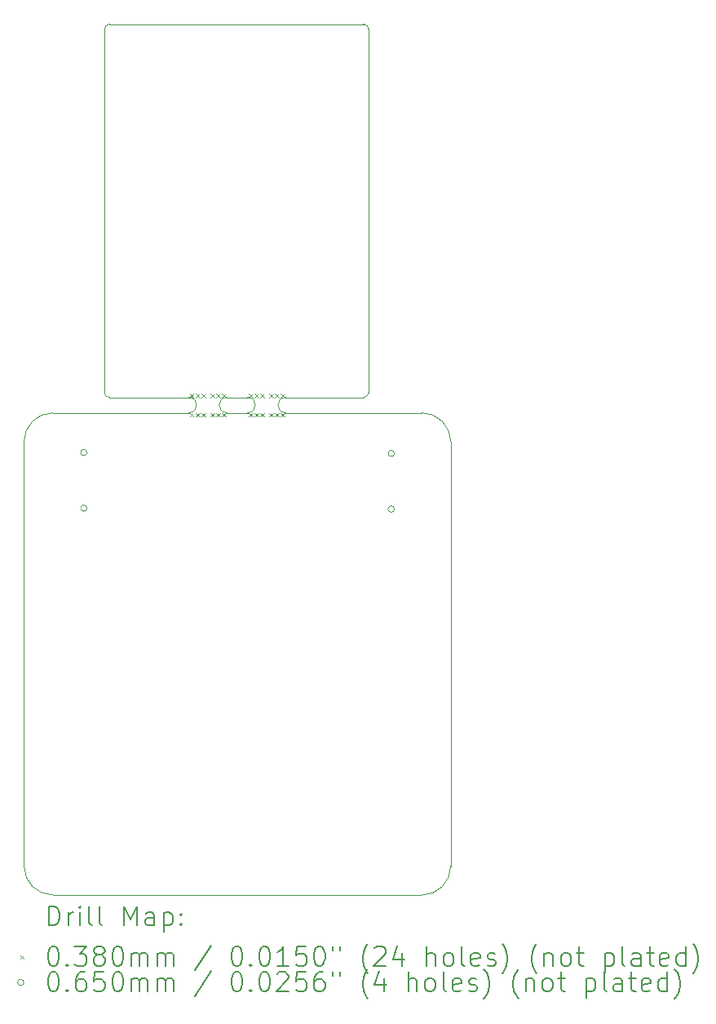
<source format=gbr>
%TF.GenerationSoftware,KiCad,Pcbnew,9.0.7*%
%TF.CreationDate,2026-02-02T18:06:44+06:00*%
%TF.ProjectId,ch585_dev,63683538-355f-4646-9576-2e6b69636164,rev?*%
%TF.SameCoordinates,Original*%
%TF.FileFunction,Drillmap*%
%TF.FilePolarity,Positive*%
%FSLAX45Y45*%
G04 Gerber Fmt 4.5, Leading zero omitted, Abs format (unit mm)*
G04 Created by KiCad (PCBNEW 9.0.7) date 2026-02-02 18:06:44*
%MOMM*%
%LPD*%
G01*
G04 APERTURE LIST*
%ADD10C,0.050000*%
%ADD11C,0.200000*%
%ADD12C,0.100000*%
G04 APERTURE END LIST*
D10*
X9020000Y-6960000D02*
G75*
G02*
X9320000Y-7260000I0J-300000D01*
G01*
X9020000Y-6960000D02*
X7709000Y-6960000D01*
X7709000Y-6800000D02*
X8416000Y-6800000D01*
X8466000Y-6750000D02*
G75*
G02*
X8416000Y-6800000I-50000J0D01*
G01*
X5776000Y-6800000D02*
G75*
G02*
X5726000Y-6750000I0J50000D01*
G01*
X5776000Y-2930000D02*
X8416000Y-2930000D01*
X9320000Y-11660000D02*
G75*
G02*
X9020000Y-11960000I-300000J0D01*
G01*
X5190000Y-11960000D02*
X9020000Y-11960000D01*
X4890000Y-7260000D02*
G75*
G02*
X5190000Y-6960000I300000J0D01*
G01*
X8466000Y-6750000D02*
X8466000Y-2980000D01*
X9320000Y-11660000D02*
X9320000Y-7260000D01*
X4890000Y-7260000D02*
X4890000Y-11660000D01*
X6489000Y-6960000D02*
X5190000Y-6960000D01*
X5190000Y-11960000D02*
G75*
G02*
X4890000Y-11660000I0J300000D01*
G01*
X5726000Y-2980000D02*
G75*
G02*
X5776000Y-2930000I50000J0D01*
G01*
X5726000Y-6750000D02*
X5726000Y-2980000D01*
X8416000Y-2930000D02*
G75*
G02*
X8466000Y-2980000I0J-50000D01*
G01*
X6489000Y-6800000D02*
X5776000Y-6800000D01*
X7109000Y-6800000D02*
X7212000Y-6800000D01*
X7109000Y-6960000D02*
X7212000Y-6960000D01*
X7709000Y-6800000D02*
X7606000Y-6800000D01*
X7709000Y-6960000D02*
X7606000Y-6960000D01*
X7212000Y-6800000D02*
G75*
G02*
X7212000Y-6960000I0J-80000D01*
G01*
X7606000Y-6960000D02*
G75*
G02*
X7606000Y-6800000I0J80000D01*
G01*
X6489000Y-6800000D02*
X6602000Y-6800000D01*
X6489000Y-6960000D02*
X6602000Y-6960000D01*
X7109000Y-6800000D02*
X6996000Y-6800000D01*
X7109000Y-6960000D02*
X6996000Y-6960000D01*
X6602000Y-6800000D02*
G75*
G02*
X6602000Y-6960000I0J-80000D01*
G01*
X6996000Y-6960000D02*
G75*
G02*
X6996000Y-6800000I0J80000D01*
G01*
D11*
D12*
X6613000Y-6762000D02*
X6651000Y-6800000D01*
X6651000Y-6762000D02*
X6613000Y-6800000D01*
X6613000Y-6960000D02*
X6651000Y-6998000D01*
X6651000Y-6960000D02*
X6613000Y-6998000D01*
X6673000Y-6762000D02*
X6711000Y-6800000D01*
X6711000Y-6762000D02*
X6673000Y-6800000D01*
X6673000Y-6960000D02*
X6711000Y-6998000D01*
X6711000Y-6960000D02*
X6673000Y-6998000D01*
X6733000Y-6762000D02*
X6771000Y-6800000D01*
X6771000Y-6762000D02*
X6733000Y-6800000D01*
X6733000Y-6960000D02*
X6771000Y-6998000D01*
X6771000Y-6960000D02*
X6733000Y-6998000D01*
X6827000Y-6762000D02*
X6865000Y-6800000D01*
X6865000Y-6762000D02*
X6827000Y-6800000D01*
X6827000Y-6960000D02*
X6865000Y-6998000D01*
X6865000Y-6960000D02*
X6827000Y-6998000D01*
X6887000Y-6762000D02*
X6925000Y-6800000D01*
X6925000Y-6762000D02*
X6887000Y-6800000D01*
X6887000Y-6960000D02*
X6925000Y-6998000D01*
X6925000Y-6960000D02*
X6887000Y-6998000D01*
X6947000Y-6762000D02*
X6985000Y-6800000D01*
X6985000Y-6762000D02*
X6947000Y-6800000D01*
X6947000Y-6960000D02*
X6985000Y-6998000D01*
X6985000Y-6960000D02*
X6947000Y-6998000D01*
X7223000Y-6762000D02*
X7261000Y-6800000D01*
X7261000Y-6762000D02*
X7223000Y-6800000D01*
X7223000Y-6960000D02*
X7261000Y-6998000D01*
X7261000Y-6960000D02*
X7223000Y-6998000D01*
X7283000Y-6762000D02*
X7321000Y-6800000D01*
X7321000Y-6762000D02*
X7283000Y-6800000D01*
X7283000Y-6960000D02*
X7321000Y-6998000D01*
X7321000Y-6960000D02*
X7283000Y-6998000D01*
X7343000Y-6762000D02*
X7381000Y-6800000D01*
X7381000Y-6762000D02*
X7343000Y-6800000D01*
X7343000Y-6960000D02*
X7381000Y-6998000D01*
X7381000Y-6960000D02*
X7343000Y-6998000D01*
X7437000Y-6762000D02*
X7475000Y-6800000D01*
X7475000Y-6762000D02*
X7437000Y-6800000D01*
X7437000Y-6960000D02*
X7475000Y-6998000D01*
X7475000Y-6960000D02*
X7437000Y-6998000D01*
X7497000Y-6762000D02*
X7535000Y-6800000D01*
X7535000Y-6762000D02*
X7497000Y-6800000D01*
X7497000Y-6960000D02*
X7535000Y-6998000D01*
X7535000Y-6960000D02*
X7497000Y-6998000D01*
X7557000Y-6762000D02*
X7595000Y-6800000D01*
X7595000Y-6762000D02*
X7557000Y-6800000D01*
X7557000Y-6960000D02*
X7595000Y-6998000D01*
X7595000Y-6960000D02*
X7557000Y-6998000D01*
X5543000Y-7371000D02*
G75*
G02*
X5478000Y-7371000I-32500J0D01*
G01*
X5478000Y-7371000D02*
G75*
G02*
X5543000Y-7371000I32500J0D01*
G01*
X5543000Y-7949000D02*
G75*
G02*
X5478000Y-7949000I-32500J0D01*
G01*
X5478000Y-7949000D02*
G75*
G02*
X5543000Y-7949000I32500J0D01*
G01*
X8735000Y-7381000D02*
G75*
G02*
X8670000Y-7381000I-32500J0D01*
G01*
X8670000Y-7381000D02*
G75*
G02*
X8735000Y-7381000I32500J0D01*
G01*
X8735000Y-7959000D02*
G75*
G02*
X8670000Y-7959000I-32500J0D01*
G01*
X8670000Y-7959000D02*
G75*
G02*
X8735000Y-7959000I32500J0D01*
G01*
D11*
X5148277Y-12273984D02*
X5148277Y-12073984D01*
X5148277Y-12073984D02*
X5195896Y-12073984D01*
X5195896Y-12073984D02*
X5224467Y-12083508D01*
X5224467Y-12083508D02*
X5243515Y-12102555D01*
X5243515Y-12102555D02*
X5253039Y-12121603D01*
X5253039Y-12121603D02*
X5262563Y-12159698D01*
X5262563Y-12159698D02*
X5262563Y-12188269D01*
X5262563Y-12188269D02*
X5253039Y-12226365D01*
X5253039Y-12226365D02*
X5243515Y-12245412D01*
X5243515Y-12245412D02*
X5224467Y-12264460D01*
X5224467Y-12264460D02*
X5195896Y-12273984D01*
X5195896Y-12273984D02*
X5148277Y-12273984D01*
X5348277Y-12273984D02*
X5348277Y-12140650D01*
X5348277Y-12178746D02*
X5357801Y-12159698D01*
X5357801Y-12159698D02*
X5367324Y-12150174D01*
X5367324Y-12150174D02*
X5386372Y-12140650D01*
X5386372Y-12140650D02*
X5405420Y-12140650D01*
X5472086Y-12273984D02*
X5472086Y-12140650D01*
X5472086Y-12073984D02*
X5462563Y-12083508D01*
X5462563Y-12083508D02*
X5472086Y-12093031D01*
X5472086Y-12093031D02*
X5481610Y-12083508D01*
X5481610Y-12083508D02*
X5472086Y-12073984D01*
X5472086Y-12073984D02*
X5472086Y-12093031D01*
X5595896Y-12273984D02*
X5576848Y-12264460D01*
X5576848Y-12264460D02*
X5567324Y-12245412D01*
X5567324Y-12245412D02*
X5567324Y-12073984D01*
X5700658Y-12273984D02*
X5681610Y-12264460D01*
X5681610Y-12264460D02*
X5672086Y-12245412D01*
X5672086Y-12245412D02*
X5672086Y-12073984D01*
X5929229Y-12273984D02*
X5929229Y-12073984D01*
X5929229Y-12073984D02*
X5995896Y-12216841D01*
X5995896Y-12216841D02*
X6062562Y-12073984D01*
X6062562Y-12073984D02*
X6062562Y-12273984D01*
X6243515Y-12273984D02*
X6243515Y-12169222D01*
X6243515Y-12169222D02*
X6233991Y-12150174D01*
X6233991Y-12150174D02*
X6214943Y-12140650D01*
X6214943Y-12140650D02*
X6176848Y-12140650D01*
X6176848Y-12140650D02*
X6157801Y-12150174D01*
X6243515Y-12264460D02*
X6224467Y-12273984D01*
X6224467Y-12273984D02*
X6176848Y-12273984D01*
X6176848Y-12273984D02*
X6157801Y-12264460D01*
X6157801Y-12264460D02*
X6148277Y-12245412D01*
X6148277Y-12245412D02*
X6148277Y-12226365D01*
X6148277Y-12226365D02*
X6157801Y-12207317D01*
X6157801Y-12207317D02*
X6176848Y-12197793D01*
X6176848Y-12197793D02*
X6224467Y-12197793D01*
X6224467Y-12197793D02*
X6243515Y-12188269D01*
X6338753Y-12140650D02*
X6338753Y-12340650D01*
X6338753Y-12150174D02*
X6357801Y-12140650D01*
X6357801Y-12140650D02*
X6395896Y-12140650D01*
X6395896Y-12140650D02*
X6414943Y-12150174D01*
X6414943Y-12150174D02*
X6424467Y-12159698D01*
X6424467Y-12159698D02*
X6433991Y-12178746D01*
X6433991Y-12178746D02*
X6433991Y-12235888D01*
X6433991Y-12235888D02*
X6424467Y-12254936D01*
X6424467Y-12254936D02*
X6414943Y-12264460D01*
X6414943Y-12264460D02*
X6395896Y-12273984D01*
X6395896Y-12273984D02*
X6357801Y-12273984D01*
X6357801Y-12273984D02*
X6338753Y-12264460D01*
X6519705Y-12254936D02*
X6529229Y-12264460D01*
X6529229Y-12264460D02*
X6519705Y-12273984D01*
X6519705Y-12273984D02*
X6510182Y-12264460D01*
X6510182Y-12264460D02*
X6519705Y-12254936D01*
X6519705Y-12254936D02*
X6519705Y-12273984D01*
X6519705Y-12150174D02*
X6529229Y-12159698D01*
X6529229Y-12159698D02*
X6519705Y-12169222D01*
X6519705Y-12169222D02*
X6510182Y-12159698D01*
X6510182Y-12159698D02*
X6519705Y-12150174D01*
X6519705Y-12150174D02*
X6519705Y-12169222D01*
D12*
X4849500Y-12583500D02*
X4887500Y-12621500D01*
X4887500Y-12583500D02*
X4849500Y-12621500D01*
D11*
X5186372Y-12493984D02*
X5205420Y-12493984D01*
X5205420Y-12493984D02*
X5224467Y-12503508D01*
X5224467Y-12503508D02*
X5233991Y-12513031D01*
X5233991Y-12513031D02*
X5243515Y-12532079D01*
X5243515Y-12532079D02*
X5253039Y-12570174D01*
X5253039Y-12570174D02*
X5253039Y-12617793D01*
X5253039Y-12617793D02*
X5243515Y-12655888D01*
X5243515Y-12655888D02*
X5233991Y-12674936D01*
X5233991Y-12674936D02*
X5224467Y-12684460D01*
X5224467Y-12684460D02*
X5205420Y-12693984D01*
X5205420Y-12693984D02*
X5186372Y-12693984D01*
X5186372Y-12693984D02*
X5167324Y-12684460D01*
X5167324Y-12684460D02*
X5157801Y-12674936D01*
X5157801Y-12674936D02*
X5148277Y-12655888D01*
X5148277Y-12655888D02*
X5138753Y-12617793D01*
X5138753Y-12617793D02*
X5138753Y-12570174D01*
X5138753Y-12570174D02*
X5148277Y-12532079D01*
X5148277Y-12532079D02*
X5157801Y-12513031D01*
X5157801Y-12513031D02*
X5167324Y-12503508D01*
X5167324Y-12503508D02*
X5186372Y-12493984D01*
X5338753Y-12674936D02*
X5348277Y-12684460D01*
X5348277Y-12684460D02*
X5338753Y-12693984D01*
X5338753Y-12693984D02*
X5329229Y-12684460D01*
X5329229Y-12684460D02*
X5338753Y-12674936D01*
X5338753Y-12674936D02*
X5338753Y-12693984D01*
X5414944Y-12493984D02*
X5538753Y-12493984D01*
X5538753Y-12493984D02*
X5472086Y-12570174D01*
X5472086Y-12570174D02*
X5500658Y-12570174D01*
X5500658Y-12570174D02*
X5519705Y-12579698D01*
X5519705Y-12579698D02*
X5529229Y-12589222D01*
X5529229Y-12589222D02*
X5538753Y-12608269D01*
X5538753Y-12608269D02*
X5538753Y-12655888D01*
X5538753Y-12655888D02*
X5529229Y-12674936D01*
X5529229Y-12674936D02*
X5519705Y-12684460D01*
X5519705Y-12684460D02*
X5500658Y-12693984D01*
X5500658Y-12693984D02*
X5443515Y-12693984D01*
X5443515Y-12693984D02*
X5424467Y-12684460D01*
X5424467Y-12684460D02*
X5414944Y-12674936D01*
X5653039Y-12579698D02*
X5633991Y-12570174D01*
X5633991Y-12570174D02*
X5624467Y-12560650D01*
X5624467Y-12560650D02*
X5614943Y-12541603D01*
X5614943Y-12541603D02*
X5614943Y-12532079D01*
X5614943Y-12532079D02*
X5624467Y-12513031D01*
X5624467Y-12513031D02*
X5633991Y-12503508D01*
X5633991Y-12503508D02*
X5653039Y-12493984D01*
X5653039Y-12493984D02*
X5691134Y-12493984D01*
X5691134Y-12493984D02*
X5710182Y-12503508D01*
X5710182Y-12503508D02*
X5719705Y-12513031D01*
X5719705Y-12513031D02*
X5729229Y-12532079D01*
X5729229Y-12532079D02*
X5729229Y-12541603D01*
X5729229Y-12541603D02*
X5719705Y-12560650D01*
X5719705Y-12560650D02*
X5710182Y-12570174D01*
X5710182Y-12570174D02*
X5691134Y-12579698D01*
X5691134Y-12579698D02*
X5653039Y-12579698D01*
X5653039Y-12579698D02*
X5633991Y-12589222D01*
X5633991Y-12589222D02*
X5624467Y-12598746D01*
X5624467Y-12598746D02*
X5614943Y-12617793D01*
X5614943Y-12617793D02*
X5614943Y-12655888D01*
X5614943Y-12655888D02*
X5624467Y-12674936D01*
X5624467Y-12674936D02*
X5633991Y-12684460D01*
X5633991Y-12684460D02*
X5653039Y-12693984D01*
X5653039Y-12693984D02*
X5691134Y-12693984D01*
X5691134Y-12693984D02*
X5710182Y-12684460D01*
X5710182Y-12684460D02*
X5719705Y-12674936D01*
X5719705Y-12674936D02*
X5729229Y-12655888D01*
X5729229Y-12655888D02*
X5729229Y-12617793D01*
X5729229Y-12617793D02*
X5719705Y-12598746D01*
X5719705Y-12598746D02*
X5710182Y-12589222D01*
X5710182Y-12589222D02*
X5691134Y-12579698D01*
X5853039Y-12493984D02*
X5872086Y-12493984D01*
X5872086Y-12493984D02*
X5891134Y-12503508D01*
X5891134Y-12503508D02*
X5900658Y-12513031D01*
X5900658Y-12513031D02*
X5910182Y-12532079D01*
X5910182Y-12532079D02*
X5919705Y-12570174D01*
X5919705Y-12570174D02*
X5919705Y-12617793D01*
X5919705Y-12617793D02*
X5910182Y-12655888D01*
X5910182Y-12655888D02*
X5900658Y-12674936D01*
X5900658Y-12674936D02*
X5891134Y-12684460D01*
X5891134Y-12684460D02*
X5872086Y-12693984D01*
X5872086Y-12693984D02*
X5853039Y-12693984D01*
X5853039Y-12693984D02*
X5833991Y-12684460D01*
X5833991Y-12684460D02*
X5824467Y-12674936D01*
X5824467Y-12674936D02*
X5814943Y-12655888D01*
X5814943Y-12655888D02*
X5805420Y-12617793D01*
X5805420Y-12617793D02*
X5805420Y-12570174D01*
X5805420Y-12570174D02*
X5814943Y-12532079D01*
X5814943Y-12532079D02*
X5824467Y-12513031D01*
X5824467Y-12513031D02*
X5833991Y-12503508D01*
X5833991Y-12503508D02*
X5853039Y-12493984D01*
X6005420Y-12693984D02*
X6005420Y-12560650D01*
X6005420Y-12579698D02*
X6014943Y-12570174D01*
X6014943Y-12570174D02*
X6033991Y-12560650D01*
X6033991Y-12560650D02*
X6062563Y-12560650D01*
X6062563Y-12560650D02*
X6081610Y-12570174D01*
X6081610Y-12570174D02*
X6091134Y-12589222D01*
X6091134Y-12589222D02*
X6091134Y-12693984D01*
X6091134Y-12589222D02*
X6100658Y-12570174D01*
X6100658Y-12570174D02*
X6119705Y-12560650D01*
X6119705Y-12560650D02*
X6148277Y-12560650D01*
X6148277Y-12560650D02*
X6167324Y-12570174D01*
X6167324Y-12570174D02*
X6176848Y-12589222D01*
X6176848Y-12589222D02*
X6176848Y-12693984D01*
X6272086Y-12693984D02*
X6272086Y-12560650D01*
X6272086Y-12579698D02*
X6281610Y-12570174D01*
X6281610Y-12570174D02*
X6300658Y-12560650D01*
X6300658Y-12560650D02*
X6329229Y-12560650D01*
X6329229Y-12560650D02*
X6348277Y-12570174D01*
X6348277Y-12570174D02*
X6357801Y-12589222D01*
X6357801Y-12589222D02*
X6357801Y-12693984D01*
X6357801Y-12589222D02*
X6367324Y-12570174D01*
X6367324Y-12570174D02*
X6386372Y-12560650D01*
X6386372Y-12560650D02*
X6414943Y-12560650D01*
X6414943Y-12560650D02*
X6433991Y-12570174D01*
X6433991Y-12570174D02*
X6443515Y-12589222D01*
X6443515Y-12589222D02*
X6443515Y-12693984D01*
X6833991Y-12484460D02*
X6662563Y-12741603D01*
X7091134Y-12493984D02*
X7110182Y-12493984D01*
X7110182Y-12493984D02*
X7129229Y-12503508D01*
X7129229Y-12503508D02*
X7138753Y-12513031D01*
X7138753Y-12513031D02*
X7148277Y-12532079D01*
X7148277Y-12532079D02*
X7157801Y-12570174D01*
X7157801Y-12570174D02*
X7157801Y-12617793D01*
X7157801Y-12617793D02*
X7148277Y-12655888D01*
X7148277Y-12655888D02*
X7138753Y-12674936D01*
X7138753Y-12674936D02*
X7129229Y-12684460D01*
X7129229Y-12684460D02*
X7110182Y-12693984D01*
X7110182Y-12693984D02*
X7091134Y-12693984D01*
X7091134Y-12693984D02*
X7072086Y-12684460D01*
X7072086Y-12684460D02*
X7062563Y-12674936D01*
X7062563Y-12674936D02*
X7053039Y-12655888D01*
X7053039Y-12655888D02*
X7043515Y-12617793D01*
X7043515Y-12617793D02*
X7043515Y-12570174D01*
X7043515Y-12570174D02*
X7053039Y-12532079D01*
X7053039Y-12532079D02*
X7062563Y-12513031D01*
X7062563Y-12513031D02*
X7072086Y-12503508D01*
X7072086Y-12503508D02*
X7091134Y-12493984D01*
X7243515Y-12674936D02*
X7253039Y-12684460D01*
X7253039Y-12684460D02*
X7243515Y-12693984D01*
X7243515Y-12693984D02*
X7233991Y-12684460D01*
X7233991Y-12684460D02*
X7243515Y-12674936D01*
X7243515Y-12674936D02*
X7243515Y-12693984D01*
X7376848Y-12493984D02*
X7395896Y-12493984D01*
X7395896Y-12493984D02*
X7414944Y-12503508D01*
X7414944Y-12503508D02*
X7424467Y-12513031D01*
X7424467Y-12513031D02*
X7433991Y-12532079D01*
X7433991Y-12532079D02*
X7443515Y-12570174D01*
X7443515Y-12570174D02*
X7443515Y-12617793D01*
X7443515Y-12617793D02*
X7433991Y-12655888D01*
X7433991Y-12655888D02*
X7424467Y-12674936D01*
X7424467Y-12674936D02*
X7414944Y-12684460D01*
X7414944Y-12684460D02*
X7395896Y-12693984D01*
X7395896Y-12693984D02*
X7376848Y-12693984D01*
X7376848Y-12693984D02*
X7357801Y-12684460D01*
X7357801Y-12684460D02*
X7348277Y-12674936D01*
X7348277Y-12674936D02*
X7338753Y-12655888D01*
X7338753Y-12655888D02*
X7329229Y-12617793D01*
X7329229Y-12617793D02*
X7329229Y-12570174D01*
X7329229Y-12570174D02*
X7338753Y-12532079D01*
X7338753Y-12532079D02*
X7348277Y-12513031D01*
X7348277Y-12513031D02*
X7357801Y-12503508D01*
X7357801Y-12503508D02*
X7376848Y-12493984D01*
X7633991Y-12693984D02*
X7519706Y-12693984D01*
X7576848Y-12693984D02*
X7576848Y-12493984D01*
X7576848Y-12493984D02*
X7557801Y-12522555D01*
X7557801Y-12522555D02*
X7538753Y-12541603D01*
X7538753Y-12541603D02*
X7519706Y-12551127D01*
X7814944Y-12493984D02*
X7719706Y-12493984D01*
X7719706Y-12493984D02*
X7710182Y-12589222D01*
X7710182Y-12589222D02*
X7719706Y-12579698D01*
X7719706Y-12579698D02*
X7738753Y-12570174D01*
X7738753Y-12570174D02*
X7786372Y-12570174D01*
X7786372Y-12570174D02*
X7805420Y-12579698D01*
X7805420Y-12579698D02*
X7814944Y-12589222D01*
X7814944Y-12589222D02*
X7824467Y-12608269D01*
X7824467Y-12608269D02*
X7824467Y-12655888D01*
X7824467Y-12655888D02*
X7814944Y-12674936D01*
X7814944Y-12674936D02*
X7805420Y-12684460D01*
X7805420Y-12684460D02*
X7786372Y-12693984D01*
X7786372Y-12693984D02*
X7738753Y-12693984D01*
X7738753Y-12693984D02*
X7719706Y-12684460D01*
X7719706Y-12684460D02*
X7710182Y-12674936D01*
X7948277Y-12493984D02*
X7967325Y-12493984D01*
X7967325Y-12493984D02*
X7986372Y-12503508D01*
X7986372Y-12503508D02*
X7995896Y-12513031D01*
X7995896Y-12513031D02*
X8005420Y-12532079D01*
X8005420Y-12532079D02*
X8014944Y-12570174D01*
X8014944Y-12570174D02*
X8014944Y-12617793D01*
X8014944Y-12617793D02*
X8005420Y-12655888D01*
X8005420Y-12655888D02*
X7995896Y-12674936D01*
X7995896Y-12674936D02*
X7986372Y-12684460D01*
X7986372Y-12684460D02*
X7967325Y-12693984D01*
X7967325Y-12693984D02*
X7948277Y-12693984D01*
X7948277Y-12693984D02*
X7929229Y-12684460D01*
X7929229Y-12684460D02*
X7919706Y-12674936D01*
X7919706Y-12674936D02*
X7910182Y-12655888D01*
X7910182Y-12655888D02*
X7900658Y-12617793D01*
X7900658Y-12617793D02*
X7900658Y-12570174D01*
X7900658Y-12570174D02*
X7910182Y-12532079D01*
X7910182Y-12532079D02*
X7919706Y-12513031D01*
X7919706Y-12513031D02*
X7929229Y-12503508D01*
X7929229Y-12503508D02*
X7948277Y-12493984D01*
X8091134Y-12493984D02*
X8091134Y-12532079D01*
X8167325Y-12493984D02*
X8167325Y-12532079D01*
X8462563Y-12770174D02*
X8453039Y-12760650D01*
X8453039Y-12760650D02*
X8433991Y-12732079D01*
X8433991Y-12732079D02*
X8424468Y-12713031D01*
X8424468Y-12713031D02*
X8414944Y-12684460D01*
X8414944Y-12684460D02*
X8405420Y-12636841D01*
X8405420Y-12636841D02*
X8405420Y-12598746D01*
X8405420Y-12598746D02*
X8414944Y-12551127D01*
X8414944Y-12551127D02*
X8424468Y-12522555D01*
X8424468Y-12522555D02*
X8433991Y-12503508D01*
X8433991Y-12503508D02*
X8453039Y-12474936D01*
X8453039Y-12474936D02*
X8462563Y-12465412D01*
X8529230Y-12513031D02*
X8538753Y-12503508D01*
X8538753Y-12503508D02*
X8557801Y-12493984D01*
X8557801Y-12493984D02*
X8605420Y-12493984D01*
X8605420Y-12493984D02*
X8624468Y-12503508D01*
X8624468Y-12503508D02*
X8633991Y-12513031D01*
X8633991Y-12513031D02*
X8643515Y-12532079D01*
X8643515Y-12532079D02*
X8643515Y-12551127D01*
X8643515Y-12551127D02*
X8633991Y-12579698D01*
X8633991Y-12579698D02*
X8519706Y-12693984D01*
X8519706Y-12693984D02*
X8643515Y-12693984D01*
X8814944Y-12560650D02*
X8814944Y-12693984D01*
X8767325Y-12484460D02*
X8719706Y-12627317D01*
X8719706Y-12627317D02*
X8843515Y-12627317D01*
X9072087Y-12693984D02*
X9072087Y-12493984D01*
X9157801Y-12693984D02*
X9157801Y-12589222D01*
X9157801Y-12589222D02*
X9148277Y-12570174D01*
X9148277Y-12570174D02*
X9129230Y-12560650D01*
X9129230Y-12560650D02*
X9100658Y-12560650D01*
X9100658Y-12560650D02*
X9081611Y-12570174D01*
X9081611Y-12570174D02*
X9072087Y-12579698D01*
X9281611Y-12693984D02*
X9262563Y-12684460D01*
X9262563Y-12684460D02*
X9253039Y-12674936D01*
X9253039Y-12674936D02*
X9243515Y-12655888D01*
X9243515Y-12655888D02*
X9243515Y-12598746D01*
X9243515Y-12598746D02*
X9253039Y-12579698D01*
X9253039Y-12579698D02*
X9262563Y-12570174D01*
X9262563Y-12570174D02*
X9281611Y-12560650D01*
X9281611Y-12560650D02*
X9310182Y-12560650D01*
X9310182Y-12560650D02*
X9329230Y-12570174D01*
X9329230Y-12570174D02*
X9338753Y-12579698D01*
X9338753Y-12579698D02*
X9348277Y-12598746D01*
X9348277Y-12598746D02*
X9348277Y-12655888D01*
X9348277Y-12655888D02*
X9338753Y-12674936D01*
X9338753Y-12674936D02*
X9329230Y-12684460D01*
X9329230Y-12684460D02*
X9310182Y-12693984D01*
X9310182Y-12693984D02*
X9281611Y-12693984D01*
X9462563Y-12693984D02*
X9443515Y-12684460D01*
X9443515Y-12684460D02*
X9433992Y-12665412D01*
X9433992Y-12665412D02*
X9433992Y-12493984D01*
X9614944Y-12684460D02*
X9595896Y-12693984D01*
X9595896Y-12693984D02*
X9557801Y-12693984D01*
X9557801Y-12693984D02*
X9538753Y-12684460D01*
X9538753Y-12684460D02*
X9529230Y-12665412D01*
X9529230Y-12665412D02*
X9529230Y-12589222D01*
X9529230Y-12589222D02*
X9538753Y-12570174D01*
X9538753Y-12570174D02*
X9557801Y-12560650D01*
X9557801Y-12560650D02*
X9595896Y-12560650D01*
X9595896Y-12560650D02*
X9614944Y-12570174D01*
X9614944Y-12570174D02*
X9624468Y-12589222D01*
X9624468Y-12589222D02*
X9624468Y-12608269D01*
X9624468Y-12608269D02*
X9529230Y-12627317D01*
X9700658Y-12684460D02*
X9719706Y-12693984D01*
X9719706Y-12693984D02*
X9757801Y-12693984D01*
X9757801Y-12693984D02*
X9776849Y-12684460D01*
X9776849Y-12684460D02*
X9786373Y-12665412D01*
X9786373Y-12665412D02*
X9786373Y-12655888D01*
X9786373Y-12655888D02*
X9776849Y-12636841D01*
X9776849Y-12636841D02*
X9757801Y-12627317D01*
X9757801Y-12627317D02*
X9729230Y-12627317D01*
X9729230Y-12627317D02*
X9710182Y-12617793D01*
X9710182Y-12617793D02*
X9700658Y-12598746D01*
X9700658Y-12598746D02*
X9700658Y-12589222D01*
X9700658Y-12589222D02*
X9710182Y-12570174D01*
X9710182Y-12570174D02*
X9729230Y-12560650D01*
X9729230Y-12560650D02*
X9757801Y-12560650D01*
X9757801Y-12560650D02*
X9776849Y-12570174D01*
X9853039Y-12770174D02*
X9862563Y-12760650D01*
X9862563Y-12760650D02*
X9881611Y-12732079D01*
X9881611Y-12732079D02*
X9891134Y-12713031D01*
X9891134Y-12713031D02*
X9900658Y-12684460D01*
X9900658Y-12684460D02*
X9910182Y-12636841D01*
X9910182Y-12636841D02*
X9910182Y-12598746D01*
X9910182Y-12598746D02*
X9900658Y-12551127D01*
X9900658Y-12551127D02*
X9891134Y-12522555D01*
X9891134Y-12522555D02*
X9881611Y-12503508D01*
X9881611Y-12503508D02*
X9862563Y-12474936D01*
X9862563Y-12474936D02*
X9853039Y-12465412D01*
X10214944Y-12770174D02*
X10205420Y-12760650D01*
X10205420Y-12760650D02*
X10186373Y-12732079D01*
X10186373Y-12732079D02*
X10176849Y-12713031D01*
X10176849Y-12713031D02*
X10167325Y-12684460D01*
X10167325Y-12684460D02*
X10157801Y-12636841D01*
X10157801Y-12636841D02*
X10157801Y-12598746D01*
X10157801Y-12598746D02*
X10167325Y-12551127D01*
X10167325Y-12551127D02*
X10176849Y-12522555D01*
X10176849Y-12522555D02*
X10186373Y-12503508D01*
X10186373Y-12503508D02*
X10205420Y-12474936D01*
X10205420Y-12474936D02*
X10214944Y-12465412D01*
X10291134Y-12560650D02*
X10291134Y-12693984D01*
X10291134Y-12579698D02*
X10300658Y-12570174D01*
X10300658Y-12570174D02*
X10319706Y-12560650D01*
X10319706Y-12560650D02*
X10348277Y-12560650D01*
X10348277Y-12560650D02*
X10367325Y-12570174D01*
X10367325Y-12570174D02*
X10376849Y-12589222D01*
X10376849Y-12589222D02*
X10376849Y-12693984D01*
X10500658Y-12693984D02*
X10481611Y-12684460D01*
X10481611Y-12684460D02*
X10472087Y-12674936D01*
X10472087Y-12674936D02*
X10462563Y-12655888D01*
X10462563Y-12655888D02*
X10462563Y-12598746D01*
X10462563Y-12598746D02*
X10472087Y-12579698D01*
X10472087Y-12579698D02*
X10481611Y-12570174D01*
X10481611Y-12570174D02*
X10500658Y-12560650D01*
X10500658Y-12560650D02*
X10529230Y-12560650D01*
X10529230Y-12560650D02*
X10548277Y-12570174D01*
X10548277Y-12570174D02*
X10557801Y-12579698D01*
X10557801Y-12579698D02*
X10567325Y-12598746D01*
X10567325Y-12598746D02*
X10567325Y-12655888D01*
X10567325Y-12655888D02*
X10557801Y-12674936D01*
X10557801Y-12674936D02*
X10548277Y-12684460D01*
X10548277Y-12684460D02*
X10529230Y-12693984D01*
X10529230Y-12693984D02*
X10500658Y-12693984D01*
X10624468Y-12560650D02*
X10700658Y-12560650D01*
X10653039Y-12493984D02*
X10653039Y-12665412D01*
X10653039Y-12665412D02*
X10662563Y-12684460D01*
X10662563Y-12684460D02*
X10681611Y-12693984D01*
X10681611Y-12693984D02*
X10700658Y-12693984D01*
X10919706Y-12560650D02*
X10919706Y-12760650D01*
X10919706Y-12570174D02*
X10938754Y-12560650D01*
X10938754Y-12560650D02*
X10976849Y-12560650D01*
X10976849Y-12560650D02*
X10995896Y-12570174D01*
X10995896Y-12570174D02*
X11005420Y-12579698D01*
X11005420Y-12579698D02*
X11014944Y-12598746D01*
X11014944Y-12598746D02*
X11014944Y-12655888D01*
X11014944Y-12655888D02*
X11005420Y-12674936D01*
X11005420Y-12674936D02*
X10995896Y-12684460D01*
X10995896Y-12684460D02*
X10976849Y-12693984D01*
X10976849Y-12693984D02*
X10938754Y-12693984D01*
X10938754Y-12693984D02*
X10919706Y-12684460D01*
X11129230Y-12693984D02*
X11110182Y-12684460D01*
X11110182Y-12684460D02*
X11100658Y-12665412D01*
X11100658Y-12665412D02*
X11100658Y-12493984D01*
X11291134Y-12693984D02*
X11291134Y-12589222D01*
X11291134Y-12589222D02*
X11281611Y-12570174D01*
X11281611Y-12570174D02*
X11262563Y-12560650D01*
X11262563Y-12560650D02*
X11224468Y-12560650D01*
X11224468Y-12560650D02*
X11205420Y-12570174D01*
X11291134Y-12684460D02*
X11272087Y-12693984D01*
X11272087Y-12693984D02*
X11224468Y-12693984D01*
X11224468Y-12693984D02*
X11205420Y-12684460D01*
X11205420Y-12684460D02*
X11195896Y-12665412D01*
X11195896Y-12665412D02*
X11195896Y-12646365D01*
X11195896Y-12646365D02*
X11205420Y-12627317D01*
X11205420Y-12627317D02*
X11224468Y-12617793D01*
X11224468Y-12617793D02*
X11272087Y-12617793D01*
X11272087Y-12617793D02*
X11291134Y-12608269D01*
X11357801Y-12560650D02*
X11433992Y-12560650D01*
X11386373Y-12493984D02*
X11386373Y-12665412D01*
X11386373Y-12665412D02*
X11395896Y-12684460D01*
X11395896Y-12684460D02*
X11414944Y-12693984D01*
X11414944Y-12693984D02*
X11433992Y-12693984D01*
X11576849Y-12684460D02*
X11557801Y-12693984D01*
X11557801Y-12693984D02*
X11519706Y-12693984D01*
X11519706Y-12693984D02*
X11500658Y-12684460D01*
X11500658Y-12684460D02*
X11491134Y-12665412D01*
X11491134Y-12665412D02*
X11491134Y-12589222D01*
X11491134Y-12589222D02*
X11500658Y-12570174D01*
X11500658Y-12570174D02*
X11519706Y-12560650D01*
X11519706Y-12560650D02*
X11557801Y-12560650D01*
X11557801Y-12560650D02*
X11576849Y-12570174D01*
X11576849Y-12570174D02*
X11586373Y-12589222D01*
X11586373Y-12589222D02*
X11586373Y-12608269D01*
X11586373Y-12608269D02*
X11491134Y-12627317D01*
X11757801Y-12693984D02*
X11757801Y-12493984D01*
X11757801Y-12684460D02*
X11738754Y-12693984D01*
X11738754Y-12693984D02*
X11700658Y-12693984D01*
X11700658Y-12693984D02*
X11681611Y-12684460D01*
X11681611Y-12684460D02*
X11672087Y-12674936D01*
X11672087Y-12674936D02*
X11662563Y-12655888D01*
X11662563Y-12655888D02*
X11662563Y-12598746D01*
X11662563Y-12598746D02*
X11672087Y-12579698D01*
X11672087Y-12579698D02*
X11681611Y-12570174D01*
X11681611Y-12570174D02*
X11700658Y-12560650D01*
X11700658Y-12560650D02*
X11738754Y-12560650D01*
X11738754Y-12560650D02*
X11757801Y-12570174D01*
X11833992Y-12770174D02*
X11843515Y-12760650D01*
X11843515Y-12760650D02*
X11862563Y-12732079D01*
X11862563Y-12732079D02*
X11872087Y-12713031D01*
X11872087Y-12713031D02*
X11881611Y-12684460D01*
X11881611Y-12684460D02*
X11891134Y-12636841D01*
X11891134Y-12636841D02*
X11891134Y-12598746D01*
X11891134Y-12598746D02*
X11881611Y-12551127D01*
X11881611Y-12551127D02*
X11872087Y-12522555D01*
X11872087Y-12522555D02*
X11862563Y-12503508D01*
X11862563Y-12503508D02*
X11843515Y-12474936D01*
X11843515Y-12474936D02*
X11833992Y-12465412D01*
D12*
X4887500Y-12866500D02*
G75*
G02*
X4822500Y-12866500I-32500J0D01*
G01*
X4822500Y-12866500D02*
G75*
G02*
X4887500Y-12866500I32500J0D01*
G01*
D11*
X5186372Y-12757984D02*
X5205420Y-12757984D01*
X5205420Y-12757984D02*
X5224467Y-12767508D01*
X5224467Y-12767508D02*
X5233991Y-12777031D01*
X5233991Y-12777031D02*
X5243515Y-12796079D01*
X5243515Y-12796079D02*
X5253039Y-12834174D01*
X5253039Y-12834174D02*
X5253039Y-12881793D01*
X5253039Y-12881793D02*
X5243515Y-12919888D01*
X5243515Y-12919888D02*
X5233991Y-12938936D01*
X5233991Y-12938936D02*
X5224467Y-12948460D01*
X5224467Y-12948460D02*
X5205420Y-12957984D01*
X5205420Y-12957984D02*
X5186372Y-12957984D01*
X5186372Y-12957984D02*
X5167324Y-12948460D01*
X5167324Y-12948460D02*
X5157801Y-12938936D01*
X5157801Y-12938936D02*
X5148277Y-12919888D01*
X5148277Y-12919888D02*
X5138753Y-12881793D01*
X5138753Y-12881793D02*
X5138753Y-12834174D01*
X5138753Y-12834174D02*
X5148277Y-12796079D01*
X5148277Y-12796079D02*
X5157801Y-12777031D01*
X5157801Y-12777031D02*
X5167324Y-12767508D01*
X5167324Y-12767508D02*
X5186372Y-12757984D01*
X5338753Y-12938936D02*
X5348277Y-12948460D01*
X5348277Y-12948460D02*
X5338753Y-12957984D01*
X5338753Y-12957984D02*
X5329229Y-12948460D01*
X5329229Y-12948460D02*
X5338753Y-12938936D01*
X5338753Y-12938936D02*
X5338753Y-12957984D01*
X5519705Y-12757984D02*
X5481610Y-12757984D01*
X5481610Y-12757984D02*
X5462563Y-12767508D01*
X5462563Y-12767508D02*
X5453039Y-12777031D01*
X5453039Y-12777031D02*
X5433991Y-12805603D01*
X5433991Y-12805603D02*
X5424467Y-12843698D01*
X5424467Y-12843698D02*
X5424467Y-12919888D01*
X5424467Y-12919888D02*
X5433991Y-12938936D01*
X5433991Y-12938936D02*
X5443515Y-12948460D01*
X5443515Y-12948460D02*
X5462563Y-12957984D01*
X5462563Y-12957984D02*
X5500658Y-12957984D01*
X5500658Y-12957984D02*
X5519705Y-12948460D01*
X5519705Y-12948460D02*
X5529229Y-12938936D01*
X5529229Y-12938936D02*
X5538753Y-12919888D01*
X5538753Y-12919888D02*
X5538753Y-12872269D01*
X5538753Y-12872269D02*
X5529229Y-12853222D01*
X5529229Y-12853222D02*
X5519705Y-12843698D01*
X5519705Y-12843698D02*
X5500658Y-12834174D01*
X5500658Y-12834174D02*
X5462563Y-12834174D01*
X5462563Y-12834174D02*
X5443515Y-12843698D01*
X5443515Y-12843698D02*
X5433991Y-12853222D01*
X5433991Y-12853222D02*
X5424467Y-12872269D01*
X5719705Y-12757984D02*
X5624467Y-12757984D01*
X5624467Y-12757984D02*
X5614943Y-12853222D01*
X5614943Y-12853222D02*
X5624467Y-12843698D01*
X5624467Y-12843698D02*
X5643515Y-12834174D01*
X5643515Y-12834174D02*
X5691134Y-12834174D01*
X5691134Y-12834174D02*
X5710182Y-12843698D01*
X5710182Y-12843698D02*
X5719705Y-12853222D01*
X5719705Y-12853222D02*
X5729229Y-12872269D01*
X5729229Y-12872269D02*
X5729229Y-12919888D01*
X5729229Y-12919888D02*
X5719705Y-12938936D01*
X5719705Y-12938936D02*
X5710182Y-12948460D01*
X5710182Y-12948460D02*
X5691134Y-12957984D01*
X5691134Y-12957984D02*
X5643515Y-12957984D01*
X5643515Y-12957984D02*
X5624467Y-12948460D01*
X5624467Y-12948460D02*
X5614943Y-12938936D01*
X5853039Y-12757984D02*
X5872086Y-12757984D01*
X5872086Y-12757984D02*
X5891134Y-12767508D01*
X5891134Y-12767508D02*
X5900658Y-12777031D01*
X5900658Y-12777031D02*
X5910182Y-12796079D01*
X5910182Y-12796079D02*
X5919705Y-12834174D01*
X5919705Y-12834174D02*
X5919705Y-12881793D01*
X5919705Y-12881793D02*
X5910182Y-12919888D01*
X5910182Y-12919888D02*
X5900658Y-12938936D01*
X5900658Y-12938936D02*
X5891134Y-12948460D01*
X5891134Y-12948460D02*
X5872086Y-12957984D01*
X5872086Y-12957984D02*
X5853039Y-12957984D01*
X5853039Y-12957984D02*
X5833991Y-12948460D01*
X5833991Y-12948460D02*
X5824467Y-12938936D01*
X5824467Y-12938936D02*
X5814943Y-12919888D01*
X5814943Y-12919888D02*
X5805420Y-12881793D01*
X5805420Y-12881793D02*
X5805420Y-12834174D01*
X5805420Y-12834174D02*
X5814943Y-12796079D01*
X5814943Y-12796079D02*
X5824467Y-12777031D01*
X5824467Y-12777031D02*
X5833991Y-12767508D01*
X5833991Y-12767508D02*
X5853039Y-12757984D01*
X6005420Y-12957984D02*
X6005420Y-12824650D01*
X6005420Y-12843698D02*
X6014943Y-12834174D01*
X6014943Y-12834174D02*
X6033991Y-12824650D01*
X6033991Y-12824650D02*
X6062563Y-12824650D01*
X6062563Y-12824650D02*
X6081610Y-12834174D01*
X6081610Y-12834174D02*
X6091134Y-12853222D01*
X6091134Y-12853222D02*
X6091134Y-12957984D01*
X6091134Y-12853222D02*
X6100658Y-12834174D01*
X6100658Y-12834174D02*
X6119705Y-12824650D01*
X6119705Y-12824650D02*
X6148277Y-12824650D01*
X6148277Y-12824650D02*
X6167324Y-12834174D01*
X6167324Y-12834174D02*
X6176848Y-12853222D01*
X6176848Y-12853222D02*
X6176848Y-12957984D01*
X6272086Y-12957984D02*
X6272086Y-12824650D01*
X6272086Y-12843698D02*
X6281610Y-12834174D01*
X6281610Y-12834174D02*
X6300658Y-12824650D01*
X6300658Y-12824650D02*
X6329229Y-12824650D01*
X6329229Y-12824650D02*
X6348277Y-12834174D01*
X6348277Y-12834174D02*
X6357801Y-12853222D01*
X6357801Y-12853222D02*
X6357801Y-12957984D01*
X6357801Y-12853222D02*
X6367324Y-12834174D01*
X6367324Y-12834174D02*
X6386372Y-12824650D01*
X6386372Y-12824650D02*
X6414943Y-12824650D01*
X6414943Y-12824650D02*
X6433991Y-12834174D01*
X6433991Y-12834174D02*
X6443515Y-12853222D01*
X6443515Y-12853222D02*
X6443515Y-12957984D01*
X6833991Y-12748460D02*
X6662563Y-13005603D01*
X7091134Y-12757984D02*
X7110182Y-12757984D01*
X7110182Y-12757984D02*
X7129229Y-12767508D01*
X7129229Y-12767508D02*
X7138753Y-12777031D01*
X7138753Y-12777031D02*
X7148277Y-12796079D01*
X7148277Y-12796079D02*
X7157801Y-12834174D01*
X7157801Y-12834174D02*
X7157801Y-12881793D01*
X7157801Y-12881793D02*
X7148277Y-12919888D01*
X7148277Y-12919888D02*
X7138753Y-12938936D01*
X7138753Y-12938936D02*
X7129229Y-12948460D01*
X7129229Y-12948460D02*
X7110182Y-12957984D01*
X7110182Y-12957984D02*
X7091134Y-12957984D01*
X7091134Y-12957984D02*
X7072086Y-12948460D01*
X7072086Y-12948460D02*
X7062563Y-12938936D01*
X7062563Y-12938936D02*
X7053039Y-12919888D01*
X7053039Y-12919888D02*
X7043515Y-12881793D01*
X7043515Y-12881793D02*
X7043515Y-12834174D01*
X7043515Y-12834174D02*
X7053039Y-12796079D01*
X7053039Y-12796079D02*
X7062563Y-12777031D01*
X7062563Y-12777031D02*
X7072086Y-12767508D01*
X7072086Y-12767508D02*
X7091134Y-12757984D01*
X7243515Y-12938936D02*
X7253039Y-12948460D01*
X7253039Y-12948460D02*
X7243515Y-12957984D01*
X7243515Y-12957984D02*
X7233991Y-12948460D01*
X7233991Y-12948460D02*
X7243515Y-12938936D01*
X7243515Y-12938936D02*
X7243515Y-12957984D01*
X7376848Y-12757984D02*
X7395896Y-12757984D01*
X7395896Y-12757984D02*
X7414944Y-12767508D01*
X7414944Y-12767508D02*
X7424467Y-12777031D01*
X7424467Y-12777031D02*
X7433991Y-12796079D01*
X7433991Y-12796079D02*
X7443515Y-12834174D01*
X7443515Y-12834174D02*
X7443515Y-12881793D01*
X7443515Y-12881793D02*
X7433991Y-12919888D01*
X7433991Y-12919888D02*
X7424467Y-12938936D01*
X7424467Y-12938936D02*
X7414944Y-12948460D01*
X7414944Y-12948460D02*
X7395896Y-12957984D01*
X7395896Y-12957984D02*
X7376848Y-12957984D01*
X7376848Y-12957984D02*
X7357801Y-12948460D01*
X7357801Y-12948460D02*
X7348277Y-12938936D01*
X7348277Y-12938936D02*
X7338753Y-12919888D01*
X7338753Y-12919888D02*
X7329229Y-12881793D01*
X7329229Y-12881793D02*
X7329229Y-12834174D01*
X7329229Y-12834174D02*
X7338753Y-12796079D01*
X7338753Y-12796079D02*
X7348277Y-12777031D01*
X7348277Y-12777031D02*
X7357801Y-12767508D01*
X7357801Y-12767508D02*
X7376848Y-12757984D01*
X7519706Y-12777031D02*
X7529229Y-12767508D01*
X7529229Y-12767508D02*
X7548277Y-12757984D01*
X7548277Y-12757984D02*
X7595896Y-12757984D01*
X7595896Y-12757984D02*
X7614944Y-12767508D01*
X7614944Y-12767508D02*
X7624467Y-12777031D01*
X7624467Y-12777031D02*
X7633991Y-12796079D01*
X7633991Y-12796079D02*
X7633991Y-12815127D01*
X7633991Y-12815127D02*
X7624467Y-12843698D01*
X7624467Y-12843698D02*
X7510182Y-12957984D01*
X7510182Y-12957984D02*
X7633991Y-12957984D01*
X7814944Y-12757984D02*
X7719706Y-12757984D01*
X7719706Y-12757984D02*
X7710182Y-12853222D01*
X7710182Y-12853222D02*
X7719706Y-12843698D01*
X7719706Y-12843698D02*
X7738753Y-12834174D01*
X7738753Y-12834174D02*
X7786372Y-12834174D01*
X7786372Y-12834174D02*
X7805420Y-12843698D01*
X7805420Y-12843698D02*
X7814944Y-12853222D01*
X7814944Y-12853222D02*
X7824467Y-12872269D01*
X7824467Y-12872269D02*
X7824467Y-12919888D01*
X7824467Y-12919888D02*
X7814944Y-12938936D01*
X7814944Y-12938936D02*
X7805420Y-12948460D01*
X7805420Y-12948460D02*
X7786372Y-12957984D01*
X7786372Y-12957984D02*
X7738753Y-12957984D01*
X7738753Y-12957984D02*
X7719706Y-12948460D01*
X7719706Y-12948460D02*
X7710182Y-12938936D01*
X7995896Y-12757984D02*
X7957801Y-12757984D01*
X7957801Y-12757984D02*
X7938753Y-12767508D01*
X7938753Y-12767508D02*
X7929229Y-12777031D01*
X7929229Y-12777031D02*
X7910182Y-12805603D01*
X7910182Y-12805603D02*
X7900658Y-12843698D01*
X7900658Y-12843698D02*
X7900658Y-12919888D01*
X7900658Y-12919888D02*
X7910182Y-12938936D01*
X7910182Y-12938936D02*
X7919706Y-12948460D01*
X7919706Y-12948460D02*
X7938753Y-12957984D01*
X7938753Y-12957984D02*
X7976848Y-12957984D01*
X7976848Y-12957984D02*
X7995896Y-12948460D01*
X7995896Y-12948460D02*
X8005420Y-12938936D01*
X8005420Y-12938936D02*
X8014944Y-12919888D01*
X8014944Y-12919888D02*
X8014944Y-12872269D01*
X8014944Y-12872269D02*
X8005420Y-12853222D01*
X8005420Y-12853222D02*
X7995896Y-12843698D01*
X7995896Y-12843698D02*
X7976848Y-12834174D01*
X7976848Y-12834174D02*
X7938753Y-12834174D01*
X7938753Y-12834174D02*
X7919706Y-12843698D01*
X7919706Y-12843698D02*
X7910182Y-12853222D01*
X7910182Y-12853222D02*
X7900658Y-12872269D01*
X8091134Y-12757984D02*
X8091134Y-12796079D01*
X8167325Y-12757984D02*
X8167325Y-12796079D01*
X8462563Y-13034174D02*
X8453039Y-13024650D01*
X8453039Y-13024650D02*
X8433991Y-12996079D01*
X8433991Y-12996079D02*
X8424468Y-12977031D01*
X8424468Y-12977031D02*
X8414944Y-12948460D01*
X8414944Y-12948460D02*
X8405420Y-12900841D01*
X8405420Y-12900841D02*
X8405420Y-12862746D01*
X8405420Y-12862746D02*
X8414944Y-12815127D01*
X8414944Y-12815127D02*
X8424468Y-12786555D01*
X8424468Y-12786555D02*
X8433991Y-12767508D01*
X8433991Y-12767508D02*
X8453039Y-12738936D01*
X8453039Y-12738936D02*
X8462563Y-12729412D01*
X8624468Y-12824650D02*
X8624468Y-12957984D01*
X8576849Y-12748460D02*
X8529230Y-12891317D01*
X8529230Y-12891317D02*
X8653039Y-12891317D01*
X8881611Y-12957984D02*
X8881611Y-12757984D01*
X8967325Y-12957984D02*
X8967325Y-12853222D01*
X8967325Y-12853222D02*
X8957801Y-12834174D01*
X8957801Y-12834174D02*
X8938753Y-12824650D01*
X8938753Y-12824650D02*
X8910182Y-12824650D01*
X8910182Y-12824650D02*
X8891134Y-12834174D01*
X8891134Y-12834174D02*
X8881611Y-12843698D01*
X9091134Y-12957984D02*
X9072087Y-12948460D01*
X9072087Y-12948460D02*
X9062563Y-12938936D01*
X9062563Y-12938936D02*
X9053039Y-12919888D01*
X9053039Y-12919888D02*
X9053039Y-12862746D01*
X9053039Y-12862746D02*
X9062563Y-12843698D01*
X9062563Y-12843698D02*
X9072087Y-12834174D01*
X9072087Y-12834174D02*
X9091134Y-12824650D01*
X9091134Y-12824650D02*
X9119706Y-12824650D01*
X9119706Y-12824650D02*
X9138753Y-12834174D01*
X9138753Y-12834174D02*
X9148277Y-12843698D01*
X9148277Y-12843698D02*
X9157801Y-12862746D01*
X9157801Y-12862746D02*
X9157801Y-12919888D01*
X9157801Y-12919888D02*
X9148277Y-12938936D01*
X9148277Y-12938936D02*
X9138753Y-12948460D01*
X9138753Y-12948460D02*
X9119706Y-12957984D01*
X9119706Y-12957984D02*
X9091134Y-12957984D01*
X9272087Y-12957984D02*
X9253039Y-12948460D01*
X9253039Y-12948460D02*
X9243515Y-12929412D01*
X9243515Y-12929412D02*
X9243515Y-12757984D01*
X9424468Y-12948460D02*
X9405420Y-12957984D01*
X9405420Y-12957984D02*
X9367325Y-12957984D01*
X9367325Y-12957984D02*
X9348277Y-12948460D01*
X9348277Y-12948460D02*
X9338753Y-12929412D01*
X9338753Y-12929412D02*
X9338753Y-12853222D01*
X9338753Y-12853222D02*
X9348277Y-12834174D01*
X9348277Y-12834174D02*
X9367325Y-12824650D01*
X9367325Y-12824650D02*
X9405420Y-12824650D01*
X9405420Y-12824650D02*
X9424468Y-12834174D01*
X9424468Y-12834174D02*
X9433992Y-12853222D01*
X9433992Y-12853222D02*
X9433992Y-12872269D01*
X9433992Y-12872269D02*
X9338753Y-12891317D01*
X9510182Y-12948460D02*
X9529230Y-12957984D01*
X9529230Y-12957984D02*
X9567325Y-12957984D01*
X9567325Y-12957984D02*
X9586373Y-12948460D01*
X9586373Y-12948460D02*
X9595896Y-12929412D01*
X9595896Y-12929412D02*
X9595896Y-12919888D01*
X9595896Y-12919888D02*
X9586373Y-12900841D01*
X9586373Y-12900841D02*
X9567325Y-12891317D01*
X9567325Y-12891317D02*
X9538753Y-12891317D01*
X9538753Y-12891317D02*
X9519706Y-12881793D01*
X9519706Y-12881793D02*
X9510182Y-12862746D01*
X9510182Y-12862746D02*
X9510182Y-12853222D01*
X9510182Y-12853222D02*
X9519706Y-12834174D01*
X9519706Y-12834174D02*
X9538753Y-12824650D01*
X9538753Y-12824650D02*
X9567325Y-12824650D01*
X9567325Y-12824650D02*
X9586373Y-12834174D01*
X9662563Y-13034174D02*
X9672087Y-13024650D01*
X9672087Y-13024650D02*
X9691134Y-12996079D01*
X9691134Y-12996079D02*
X9700658Y-12977031D01*
X9700658Y-12977031D02*
X9710182Y-12948460D01*
X9710182Y-12948460D02*
X9719706Y-12900841D01*
X9719706Y-12900841D02*
X9719706Y-12862746D01*
X9719706Y-12862746D02*
X9710182Y-12815127D01*
X9710182Y-12815127D02*
X9700658Y-12786555D01*
X9700658Y-12786555D02*
X9691134Y-12767508D01*
X9691134Y-12767508D02*
X9672087Y-12738936D01*
X9672087Y-12738936D02*
X9662563Y-12729412D01*
X10024468Y-13034174D02*
X10014944Y-13024650D01*
X10014944Y-13024650D02*
X9995896Y-12996079D01*
X9995896Y-12996079D02*
X9986373Y-12977031D01*
X9986373Y-12977031D02*
X9976849Y-12948460D01*
X9976849Y-12948460D02*
X9967325Y-12900841D01*
X9967325Y-12900841D02*
X9967325Y-12862746D01*
X9967325Y-12862746D02*
X9976849Y-12815127D01*
X9976849Y-12815127D02*
X9986373Y-12786555D01*
X9986373Y-12786555D02*
X9995896Y-12767508D01*
X9995896Y-12767508D02*
X10014944Y-12738936D01*
X10014944Y-12738936D02*
X10024468Y-12729412D01*
X10100658Y-12824650D02*
X10100658Y-12957984D01*
X10100658Y-12843698D02*
X10110182Y-12834174D01*
X10110182Y-12834174D02*
X10129230Y-12824650D01*
X10129230Y-12824650D02*
X10157801Y-12824650D01*
X10157801Y-12824650D02*
X10176849Y-12834174D01*
X10176849Y-12834174D02*
X10186373Y-12853222D01*
X10186373Y-12853222D02*
X10186373Y-12957984D01*
X10310182Y-12957984D02*
X10291134Y-12948460D01*
X10291134Y-12948460D02*
X10281611Y-12938936D01*
X10281611Y-12938936D02*
X10272087Y-12919888D01*
X10272087Y-12919888D02*
X10272087Y-12862746D01*
X10272087Y-12862746D02*
X10281611Y-12843698D01*
X10281611Y-12843698D02*
X10291134Y-12834174D01*
X10291134Y-12834174D02*
X10310182Y-12824650D01*
X10310182Y-12824650D02*
X10338754Y-12824650D01*
X10338754Y-12824650D02*
X10357801Y-12834174D01*
X10357801Y-12834174D02*
X10367325Y-12843698D01*
X10367325Y-12843698D02*
X10376849Y-12862746D01*
X10376849Y-12862746D02*
X10376849Y-12919888D01*
X10376849Y-12919888D02*
X10367325Y-12938936D01*
X10367325Y-12938936D02*
X10357801Y-12948460D01*
X10357801Y-12948460D02*
X10338754Y-12957984D01*
X10338754Y-12957984D02*
X10310182Y-12957984D01*
X10433992Y-12824650D02*
X10510182Y-12824650D01*
X10462563Y-12757984D02*
X10462563Y-12929412D01*
X10462563Y-12929412D02*
X10472087Y-12948460D01*
X10472087Y-12948460D02*
X10491134Y-12957984D01*
X10491134Y-12957984D02*
X10510182Y-12957984D01*
X10729230Y-12824650D02*
X10729230Y-13024650D01*
X10729230Y-12834174D02*
X10748277Y-12824650D01*
X10748277Y-12824650D02*
X10786373Y-12824650D01*
X10786373Y-12824650D02*
X10805420Y-12834174D01*
X10805420Y-12834174D02*
X10814944Y-12843698D01*
X10814944Y-12843698D02*
X10824468Y-12862746D01*
X10824468Y-12862746D02*
X10824468Y-12919888D01*
X10824468Y-12919888D02*
X10814944Y-12938936D01*
X10814944Y-12938936D02*
X10805420Y-12948460D01*
X10805420Y-12948460D02*
X10786373Y-12957984D01*
X10786373Y-12957984D02*
X10748277Y-12957984D01*
X10748277Y-12957984D02*
X10729230Y-12948460D01*
X10938754Y-12957984D02*
X10919706Y-12948460D01*
X10919706Y-12948460D02*
X10910182Y-12929412D01*
X10910182Y-12929412D02*
X10910182Y-12757984D01*
X11100658Y-12957984D02*
X11100658Y-12853222D01*
X11100658Y-12853222D02*
X11091135Y-12834174D01*
X11091135Y-12834174D02*
X11072087Y-12824650D01*
X11072087Y-12824650D02*
X11033992Y-12824650D01*
X11033992Y-12824650D02*
X11014944Y-12834174D01*
X11100658Y-12948460D02*
X11081611Y-12957984D01*
X11081611Y-12957984D02*
X11033992Y-12957984D01*
X11033992Y-12957984D02*
X11014944Y-12948460D01*
X11014944Y-12948460D02*
X11005420Y-12929412D01*
X11005420Y-12929412D02*
X11005420Y-12910365D01*
X11005420Y-12910365D02*
X11014944Y-12891317D01*
X11014944Y-12891317D02*
X11033992Y-12881793D01*
X11033992Y-12881793D02*
X11081611Y-12881793D01*
X11081611Y-12881793D02*
X11100658Y-12872269D01*
X11167325Y-12824650D02*
X11243515Y-12824650D01*
X11195896Y-12757984D02*
X11195896Y-12929412D01*
X11195896Y-12929412D02*
X11205420Y-12948460D01*
X11205420Y-12948460D02*
X11224468Y-12957984D01*
X11224468Y-12957984D02*
X11243515Y-12957984D01*
X11386373Y-12948460D02*
X11367325Y-12957984D01*
X11367325Y-12957984D02*
X11329230Y-12957984D01*
X11329230Y-12957984D02*
X11310182Y-12948460D01*
X11310182Y-12948460D02*
X11300658Y-12929412D01*
X11300658Y-12929412D02*
X11300658Y-12853222D01*
X11300658Y-12853222D02*
X11310182Y-12834174D01*
X11310182Y-12834174D02*
X11329230Y-12824650D01*
X11329230Y-12824650D02*
X11367325Y-12824650D01*
X11367325Y-12824650D02*
X11386373Y-12834174D01*
X11386373Y-12834174D02*
X11395896Y-12853222D01*
X11395896Y-12853222D02*
X11395896Y-12872269D01*
X11395896Y-12872269D02*
X11300658Y-12891317D01*
X11567325Y-12957984D02*
X11567325Y-12757984D01*
X11567325Y-12948460D02*
X11548277Y-12957984D01*
X11548277Y-12957984D02*
X11510182Y-12957984D01*
X11510182Y-12957984D02*
X11491134Y-12948460D01*
X11491134Y-12948460D02*
X11481611Y-12938936D01*
X11481611Y-12938936D02*
X11472087Y-12919888D01*
X11472087Y-12919888D02*
X11472087Y-12862746D01*
X11472087Y-12862746D02*
X11481611Y-12843698D01*
X11481611Y-12843698D02*
X11491134Y-12834174D01*
X11491134Y-12834174D02*
X11510182Y-12824650D01*
X11510182Y-12824650D02*
X11548277Y-12824650D01*
X11548277Y-12824650D02*
X11567325Y-12834174D01*
X11643515Y-13034174D02*
X11653039Y-13024650D01*
X11653039Y-13024650D02*
X11672087Y-12996079D01*
X11672087Y-12996079D02*
X11681611Y-12977031D01*
X11681611Y-12977031D02*
X11691134Y-12948460D01*
X11691134Y-12948460D02*
X11700658Y-12900841D01*
X11700658Y-12900841D02*
X11700658Y-12862746D01*
X11700658Y-12862746D02*
X11691134Y-12815127D01*
X11691134Y-12815127D02*
X11681611Y-12786555D01*
X11681611Y-12786555D02*
X11672087Y-12767508D01*
X11672087Y-12767508D02*
X11653039Y-12738936D01*
X11653039Y-12738936D02*
X11643515Y-12729412D01*
M02*

</source>
